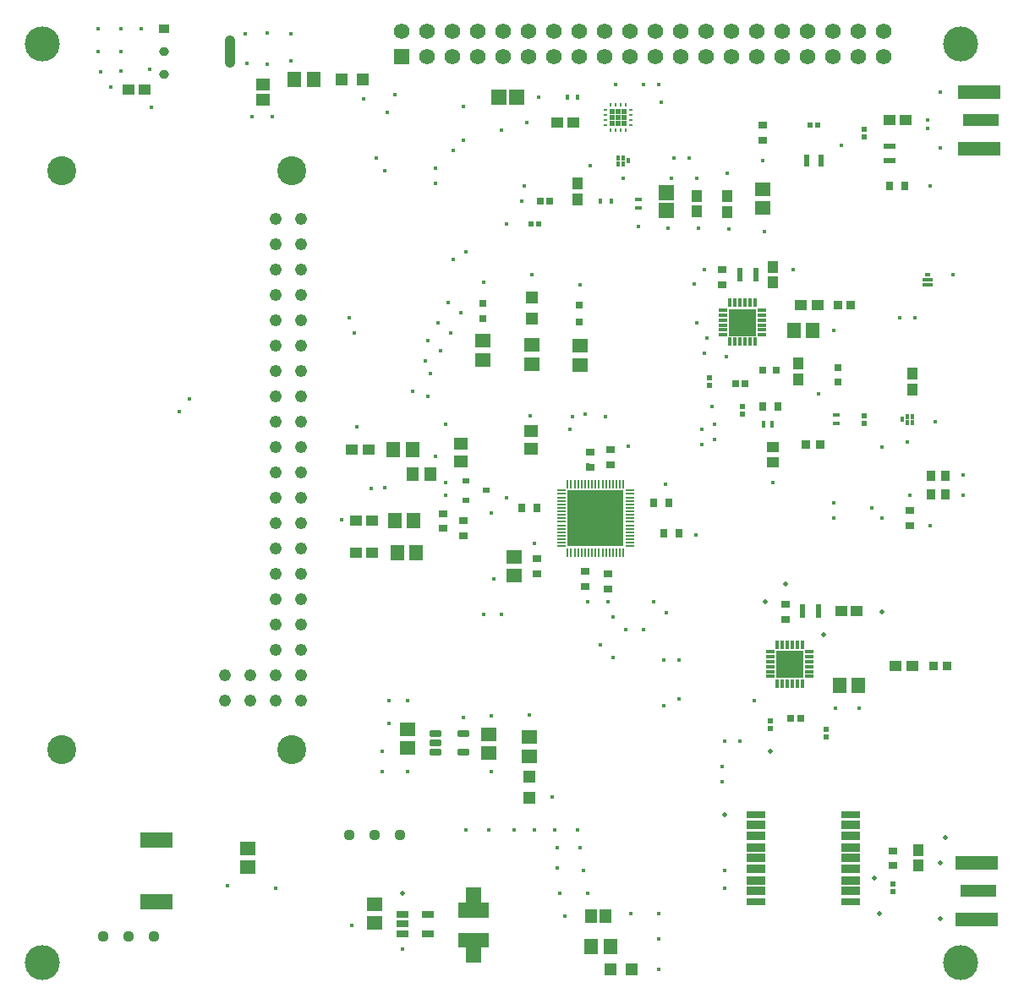
<source format=gts>
%FSLAX23Y23*%
%MOIN*%
%SFA1B1*%

%IPPOS*%
%AMD33*
4,1,8,0.002600,0.062600,-0.002600,0.062600,-0.019800,0.045400,-0.019800,-0.045400,-0.002600,-0.062600,0.002600,-0.062600,0.019800,-0.045400,0.019800,0.045400,0.002600,0.062600,0.0*
1,1,0.034400,0.002600,0.045400*
1,1,0.034400,-0.002600,0.045400*
1,1,0.034400,-0.002600,-0.045400*
1,1,0.034400,0.002600,-0.045400*
%
%AMD34*
4,1,8,0.002600,0.017200,-0.002600,0.017200,-0.019800,0.000000,-0.019800,0.000000,-0.002600,-0.017200,0.002600,-0.017200,0.019800,0.000000,0.019800,0.000000,0.002600,0.017200,0.0*
1,1,0.034340,0.002600,0.000000*
1,1,0.034340,-0.002600,0.000000*
1,1,0.034340,-0.002600,0.000000*
1,1,0.034340,0.002600,0.000000*
%
%AMD93*
4,1,8,-0.021700,0.009800,-0.021700,-0.009800,-0.017700,-0.013800,0.017700,-0.013800,0.021700,-0.009800,0.021700,0.009800,0.017700,0.013800,-0.017700,0.013800,-0.021700,0.009800,0.0*
1,1,0.007960,-0.017700,0.009800*
1,1,0.007960,-0.017700,-0.009800*
1,1,0.007960,0.017700,-0.009800*
1,1,0.007960,0.017700,0.009800*
%
%ADD20C,0.063120*%
%ADD21R,0.020290X0.018600*%
%ADD22R,0.018600X0.020290*%
%ADD23R,0.039850X0.045600*%
%ADD24R,0.061270X0.057270*%
%ADD25R,0.045600X0.039850*%
%ADD27R,0.057270X0.061270*%
%ADD28R,0.025590X0.027560*%
%ADD29R,0.028160X0.026480*%
G04~CAMADD=33~8~0.0~0.0~395.4~1252.8~172.0~0.0~15~0.0~0.0~0.0~0.0~0~0.0~0.0~0.0~0.0~0~0.0~0.0~0.0~0.0~395.4~1252.8*
%ADD33D33*%
G04~CAMADD=34~8~0.0~0.0~395.4~343.4~171.7~0.0~15~0.0~0.0~0.0~0.0~0~0.0~0.0~0.0~0.0~0~0.0~0.0~0.0~0.0~395.4~343.4*
%ADD34D34*%
%ADD35R,0.039540X0.034340*%
%ADD37R,0.016230X0.024100*%
%ADD39R,0.035430X0.031500*%
%ADD40R,0.031500X0.035430*%
%ADD41R,0.031500X0.031500*%
%ADD42R,0.035430X0.025590*%
%ADD44R,0.045460X0.053630*%
%ADD45R,0.053630X0.045460*%
%ADD46R,0.025590X0.013780*%
%ADD47R,0.012290X0.020160*%
%ADD49R,0.037720X0.035910*%
%ADD50R,0.049520X0.039850*%
%ADD51R,0.039850X0.049520*%
%ADD52R,0.059240X0.061270*%
%ADD53R,0.061270X0.059240*%
%ADD54R,0.029530X0.031500*%
%ADD55R,0.029530X0.035430*%
%ADD56R,0.039850X0.045620*%
%ADD57R,0.045620X0.039850*%
%ADD59R,0.035430X0.029530*%
%ADD64R,0.045280X0.022440*%
%ADD65R,0.022440X0.045280*%
%ADD66R,0.047240X0.047240*%
%ADD68R,0.014000X0.010000*%
%ADD69R,0.010000X0.014000*%
%ADD70R,0.019000X0.019000*%
%ADD73R,0.013780X0.025590*%
%ADD74R,0.165350X0.053150*%
%ADD75R,0.141730X0.050000*%
%ADD76R,0.023620X0.057090*%
%ADD84C,0.067050*%
%ADD85R,0.057090X0.045280*%
%ADD86R,0.045280X0.055120*%
%ADD87R,0.057090X0.064960*%
%ADD88R,0.064960X0.057090*%
%ADD89R,0.129920X0.063780*%
%ADD90R,0.027560X0.023620*%
%ADD91R,0.013780X0.018110*%
%ADD92R,0.033470X0.037400*%
G04~CAMADD=93~8~0.0~0.0~275.6~433.1~39.8~0.0~15~0.0~0.0~0.0~0.0~0~0.0~0.0~0.0~0.0~0~0.0~0.0~0.0~90.0~434.0~277.0*
%ADD93D93*%
%ADD94R,0.045280X0.041340*%
%ADD95R,0.043310X0.045280*%
%ADD96R,0.224800X0.224800*%
%ADD97R,0.009840X0.037400*%
%ADD98R,0.037400X0.009840*%
%ADD99R,0.051180X0.051180*%
%ADD100R,0.015750X0.018700*%
%ADD101R,0.018700X0.015750*%
%ADD102R,0.074800X0.035430*%
%ADD103R,0.035430X0.039370*%
%ADD104R,0.051180X0.051180*%
%ADD105R,0.037400X0.015750*%
%ADD106R,0.015750X0.037400*%
%ADD107R,0.108270X0.108270*%
%ADD108R,0.074800X0.031500*%
%ADD109R,0.051180X0.027560*%
%ADD110C,0.061810*%
%ADD111R,0.061810X0.061810*%
%ADD112C,0.137800*%
%ADD113C,0.114170*%
%ADD114C,0.047640*%
%ADD115C,0.044090*%
%ADD116C,0.015750*%
%ADD117C,0.019680*%
%ADD118C,0.018940*%
%LNconcentrator_pcb-1*%
%LPD*%
G36*
X1917Y216D02*
X1887D01*
Y157*
X1828*
Y216*
X1799*
Y275*
X1917*
Y216*
G37*
G36*
X1887Y393D02*
X1917D01*
Y334*
X1799*
Y393*
X1828*
Y453*
X1887*
Y393*
G37*
G54D20*
X1860Y370D03*
G54D21*
X2085Y3070D03*
X2114D03*
X3214Y3460D03*
X3185D03*
G54D22*
X3400Y2285D03*
Y2314D03*
Y3415D03*
Y3444D03*
X3030Y1081D03*
Y1111D03*
X3247Y1046D03*
Y1076D03*
X2790Y2435D03*
Y2464D03*
X2920Y2319D03*
Y2349D03*
X3513Y466D03*
Y436D03*
G54D23*
X2270Y3167D03*
Y3232D03*
X3140Y2457D03*
Y2522D03*
X2860Y3182D03*
Y3117D03*
G54D24*
X3000Y3206D03*
Y3133D03*
X1470Y313D03*
Y386D03*
X1600Y1003D03*
Y1076D03*
X1920Y983D03*
Y1056D03*
X970Y533D03*
Y606D03*
X2020Y1683D03*
Y1756D03*
G54D25*
X3523Y1327D03*
X3588D03*
X3150Y2751D03*
X3215D03*
X497Y3600D03*
X562D03*
G54D27*
X3376Y1250D03*
X3303D03*
X3196Y2650D03*
X3123D03*
G54D28*
X2998Y2495D03*
X3051D03*
G54D29*
X3110Y1120D03*
X3147D03*
X2892Y2440D03*
X2930D03*
X2121Y3160D03*
X2158D03*
G54D33*
X899Y3750D03*
G54D34*
X640Y3659D03*
Y3750D03*
G54D35*
X640Y3840D03*
G54D37*
X2358Y3160D03*
X2401D03*
G54D39*
X3090Y1569D03*
Y1510D03*
X3580Y1880D03*
Y1939D03*
X2840Y2889D03*
Y2830D03*
X2390Y1630D03*
Y1689D03*
X2300Y1640D03*
Y1699D03*
X2320Y2169D03*
Y2110D03*
X2110Y1690D03*
Y1749D03*
X1820Y1899D03*
Y1840D03*
X2400Y2179D03*
Y2120D03*
G54D40*
X2050Y1950D03*
X2109D03*
X2669Y1850D03*
X2610D03*
X2629Y1970D03*
X2570D03*
G54D41*
X1894Y2698D03*
Y2757D03*
X2276Y2685D03*
Y2750D03*
G54D42*
X1740Y1871D03*
Y1928D03*
X3513Y598D03*
Y541D03*
G54D44*
X1620Y2085D03*
X1689D03*
G54D45*
X1810Y2204D03*
Y2135D03*
X2086Y2185D03*
Y2254D03*
G54D46*
X2510Y3166D03*
Y3133D03*
X3290Y2316D03*
Y2283D03*
G54D47*
X2268Y3569D03*
X2228D03*
G54D49*
X3224Y2200D03*
X3167D03*
G54D50*
X3368Y1544D03*
X3307D03*
G54D51*
X3038Y2900D03*
Y2839D03*
G54D52*
X1959Y3570D03*
X2030D03*
G54D53*
X2620Y3195D03*
Y3124D03*
G54D54*
X3294Y2446D03*
Y2505D03*
G54D55*
X3060Y2350D03*
X2999D03*
X3560Y3220D03*
X3499D03*
G54D56*
X3590Y2482D03*
Y2417D03*
G54D57*
X3562Y3480D03*
X3497D03*
X2252Y3470D03*
X2187D03*
X1395Y1775D03*
X1460D03*
X1395Y1902D03*
X1460D03*
X1380Y2180D03*
X1445D03*
G54D59*
X3000Y3399D03*
Y3460D03*
G54D64*
X3500Y3378D03*
Y3321D03*
G54D65*
X3228Y3320D03*
X3171D03*
G54D66*
X2090Y2781D03*
Y2698D03*
G54D68*
X2380Y3520D03*
Y3500D03*
Y3480D03*
Y3460D03*
X2479D03*
Y3480D03*
Y3500D03*
Y3520D03*
G54D69*
X2399Y3440D03*
X2419D03*
X2439D03*
X2459D03*
Y3539D03*
X2439D03*
X2419D03*
X2399D03*
G54D70*
X2405Y3514D03*
X2429D03*
X2453D03*
X2405Y3490D03*
X2429D03*
X2453D03*
X2405Y3466D03*
X2429D03*
X2453D03*
G54D73*
X3035Y2279D03*
X3002D03*
G54D74*
X3852Y3368D03*
Y3591D03*
X3842Y328D03*
Y551D03*
G54D75*
X3860Y3480D03*
X3850Y440D03*
G54D76*
X2971Y2869D03*
X2908D03*
X3156Y1544D03*
X3219D03*
G54D84*
X1856Y240D03*
G54D85*
X1030Y3619D03*
Y3560D03*
G54D86*
X2378Y340D03*
X2321D03*
G54D87*
X2398Y220D03*
X2321D03*
X1228Y3640D03*
X1151D03*
X1557Y1775D03*
X1633D03*
X1547Y1902D03*
X1623D03*
X1541Y2180D03*
X1618D03*
G54D88*
X2080Y971D03*
Y1048D03*
X1894Y2611D03*
Y2534D03*
X2089Y2595D03*
Y2518D03*
X2277Y2592D03*
Y2515D03*
G54D89*
X610Y642D03*
Y397D03*
G54D90*
X1830Y2057D03*
Y1982D03*
X1909Y2020D03*
G54D91*
X3650Y3480D03*
Y3447D03*
G54D92*
X3673Y1327D03*
X3725D03*
X3295Y2751D03*
X3346D03*
G54D93*
X1819Y1062D03*
Y987D03*
X1710D03*
Y1025D03*
Y1062D03*
G54D94*
X3038Y2189D03*
Y2132D03*
G54D95*
X2740Y3120D03*
Y3179D03*
X3612Y599D03*
Y540D03*
G54D96*
X2340Y1910D03*
G54D97*
X2229Y2045D03*
X2243D03*
X2257D03*
X2271D03*
X2284D03*
X2298D03*
X2312D03*
X2326D03*
X2340D03*
X2353D03*
X2367D03*
X2381D03*
X2395D03*
X2408D03*
X2422D03*
X2436D03*
X2450D03*
Y1774D03*
X2436D03*
X2422D03*
X2408D03*
X2395D03*
X2381D03*
X2367D03*
X2353D03*
X2340D03*
X2326D03*
X2312D03*
X2298D03*
X2284D03*
X2271D03*
X2257D03*
X2243D03*
X2229D03*
G54D98*
X2475Y2020D03*
Y2006D03*
Y1992D03*
Y1978D03*
Y1965D03*
Y1951D03*
Y1937D03*
Y1923D03*
Y1910D03*
Y1896D03*
Y1882D03*
Y1868D03*
Y1854D03*
Y1841D03*
Y1827D03*
Y1813D03*
Y1799D03*
X2204D03*
Y1813D03*
Y1827D03*
Y1841D03*
Y1854D03*
Y1868D03*
Y1882D03*
Y1896D03*
Y1910D03*
Y1923D03*
Y1937D03*
Y1951D03*
Y1965D03*
Y1978D03*
Y1992D03*
Y2006D03*
Y2020D03*
G54D99*
X2080Y891D03*
Y808D03*
G54D100*
X2470Y3320D03*
X2450Y3331D03*
X2430D03*
Y3308D03*
X2450D03*
X3570Y2311D03*
X3589D03*
Y2288D03*
X3570D03*
X3550Y2300D03*
G54D101*
X3660Y2850D03*
Y2830D03*
X3637D03*
Y2850D03*
X3648Y2869D03*
G54D102*
X2972Y526D03*
X3346Y699D03*
Y656D03*
Y612D03*
Y569D03*
Y526D03*
Y482D03*
Y439D03*
X2972D03*
Y482D03*
Y569D03*
Y612D03*
Y656D03*
Y699D03*
G54D103*
X3661Y2003D03*
Y2076D03*
X3718D03*
Y2003D03*
G54D104*
X1421Y3640D03*
X1338D03*
X2398Y130D03*
X2481D03*
G54D105*
X2995Y2633D03*
Y2653D03*
Y2672D03*
Y2692D03*
Y2712D03*
Y2732D03*
X2841D03*
Y2712D03*
Y2692D03*
Y2672D03*
Y2653D03*
Y2633D03*
X3182Y1286D03*
Y1305D03*
Y1325D03*
Y1345D03*
Y1364D03*
Y1384D03*
X3028D03*
Y1364D03*
Y1345D03*
Y1325D03*
Y1305D03*
Y1286D03*
G54D106*
X2967Y2759D03*
X2947D03*
X2928D03*
X2908D03*
X2888D03*
X2869D03*
Y2606D03*
X2888D03*
X2908D03*
X2928D03*
X2947D03*
X2967D03*
X3154Y1412D03*
X3134D03*
X3115D03*
X3095D03*
X3075D03*
X3056D03*
Y1258D03*
X3075D03*
X3095D03*
X3115D03*
X3134D03*
X3154D03*
G54D107*
X2918Y2682D03*
X3105Y1335D03*
G54D108*
X3346Y742D03*
Y396D03*
X2972D03*
Y742D03*
G54D109*
X1679Y347D03*
Y272D03*
X1580D03*
Y310D03*
Y347D03*
G54D110*
X3475Y3830D03*
X3375D03*
X3275D03*
X3175D03*
X3075D03*
X2975D03*
X2875D03*
X2775D03*
X2675D03*
X2575D03*
X2475D03*
X2375D03*
X2275D03*
X2175D03*
X2075D03*
X1975D03*
X1875D03*
X1775D03*
X1675D03*
X1575D03*
X3475Y3730D03*
X3375D03*
X3275D03*
X3175D03*
X3075D03*
X2975D03*
X2875D03*
X2775D03*
X2675D03*
X2575D03*
X2475D03*
X2375D03*
X2275D03*
X2175D03*
X2075D03*
X1975D03*
X1875D03*
X1775D03*
X1675D03*
G54D111*
X1575Y3730D03*
G54D112*
X157Y3779D03*
X3779D03*
Y157D03*
X157D03*
G54D113*
X1141Y998D03*
X236D03*
Y3281D03*
X1141D03*
G54D114*
X879Y1189D03*
Y1289D03*
X979D03*
Y1189D03*
X1179D03*
X1079D03*
X1179Y1289D03*
X1079D03*
X1179Y1389D03*
X1079D03*
X1179Y1489D03*
X1079D03*
X1179Y1589D03*
X1079D03*
X1179Y1689D03*
X1079D03*
X1179Y1789D03*
X1079D03*
X1179Y1889D03*
X1079D03*
X1179Y1989D03*
X1079D03*
X1179Y2089D03*
X1079D03*
X1179Y2189D03*
X1079D03*
X1179Y2289D03*
X1079D03*
X1179Y2389D03*
X1079D03*
X1179Y2489D03*
X1079D03*
X1179Y2589D03*
X1079D03*
X1179Y2689D03*
X1079D03*
X1179Y2789D03*
X1079D03*
X1179Y2889D03*
X1079D03*
X1179Y2989D03*
X1079D03*
X1179Y3089D03*
X1079D03*
G54D115*
X1570Y660D03*
X1470D03*
X1370D03*
X600Y260D03*
X500D03*
X400D03*
G54D116*
X2320Y3300D03*
X1380Y305D03*
X965Y3705D03*
X960Y3820D03*
X430Y3610D03*
X470Y3750D03*
X380D03*
X390Y3670D03*
X468Y3675D03*
X380Y3840D03*
X470D03*
X1750Y2280D03*
X2300Y1699D03*
X2310Y2120D03*
Y2170D03*
X2615Y2045D03*
X2400Y2120D03*
X1470Y387D03*
X1990Y1990D03*
X550Y3840D03*
X2710Y3330D03*
X1510Y3280D03*
X1520Y3510D03*
X2280Y610D03*
X2190D03*
X2292Y521D03*
X2190Y530D03*
X2200Y430D03*
X2310D03*
X2220Y340D03*
X2270Y680D03*
X2180D03*
X2100D03*
X2020D03*
X1920D03*
X1830D03*
X1510Y2030D03*
X1900Y1530D03*
X1970D03*
X1750Y2000D03*
X2810Y2280D03*
X2760Y2200D03*
X3430Y1950D03*
X3280Y1970D03*
X2570Y1580D03*
X2610Y1170D03*
Y1350D03*
X2530Y3620D03*
X1970Y3440D03*
X2060Y3220D03*
X1820Y3400D03*
X1710Y3290D03*
X1780Y2930D03*
X3600Y2700D03*
X2250Y2310D03*
X2530Y1470D03*
X2410Y1360D03*
X2840Y870D03*
X2910Y1030D03*
X700Y2330D03*
X1370Y2700D03*
X1680Y2390D03*
X1670Y2530D03*
X1680Y2610D03*
X1720Y2680D03*
X1760Y2760D03*
X1548Y3579D03*
X1474Y3329D03*
X2170Y810D03*
X3005Y3040D03*
X2082Y2314D03*
X2735Y1845D03*
X2606Y1850D03*
X2390Y1683D03*
X2571Y1970D03*
X2470Y2195D03*
X2965Y1190D03*
X2670Y1196D03*
X2915Y2685D03*
X3105Y1335D03*
X1340Y1905D03*
X1710Y2155D03*
X1745Y1930D03*
X2020Y1750D03*
X2080Y1135D03*
X1930Y1130D03*
X1820Y1125D03*
X2110Y1950D03*
X2617Y1537D03*
X1424Y3565D03*
X1820Y3535D03*
X2115Y3570D03*
X1140Y3715D03*
X1046Y3700D03*
Y3825D03*
X1140Y3820D03*
X2390Y1580D03*
X2310D03*
X2865Y3050D03*
X2745Y3055D03*
X2625D03*
X2510Y3060D03*
X1750Y2050D03*
X1580Y210D03*
X1600Y1190D03*
X1525Y1100D03*
Y1190D03*
X582Y3679D03*
X590Y3530D03*
X3285Y1160D03*
X3580Y2000D03*
X3120Y2653D03*
X2730Y2835D03*
X2420Y3620D03*
X2590D03*
X2600Y3550D03*
X1065Y3495D03*
X985D03*
X3120Y2890D03*
X2770D03*
X1400Y2270D03*
X1455Y2027D03*
X1940Y1670D03*
X890Y460D03*
X1080Y450D03*
X2590Y250D03*
Y350D03*
Y130D03*
X2480Y350D03*
X1500Y910D03*
Y990D03*
X1930Y910D03*
X1600D03*
X2640Y3250D03*
X2740D03*
X2860Y3270D03*
X3000Y3320D03*
X1990Y3070D03*
X1900Y2840D03*
X2090Y2870D03*
X2280Y2830D03*
X3040Y2050D03*
X3220Y2400D03*
X3280Y2650D03*
X2800Y2350D03*
X2810Y2220D03*
X740Y2380D03*
X2850Y1030D03*
X2840Y930D03*
X2410Y1520D03*
X1930Y1930D03*
X3470Y2190D03*
X3680Y2290D03*
X3570Y2210D03*
X3660Y1880D03*
X3790Y2000D03*
Y2080D03*
X2070Y3470D03*
X1830Y2960D03*
X3750Y2870D03*
X1390Y2640D03*
X1810Y2720D03*
X1770Y2640D03*
X1730Y2570D03*
X1690Y2480D03*
X3540Y2700D03*
X1620Y2410D03*
X1710Y3230D03*
X2050Y3160D03*
X1780Y3360D03*
X2650Y3330D03*
X3310Y3380D03*
X3660Y3220D03*
X3700Y3590D03*
Y3370D03*
X3852Y3368D03*
Y3591D03*
X2450Y3250D03*
X2430Y3489D03*
X3280Y1910D03*
X3470D03*
X2380Y2310D03*
X2300Y2320D03*
X2100Y1810D03*
X2770Y2560D03*
X2740Y2680D03*
X2780Y2620D03*
X2856Y2548D03*
X2240Y2260D03*
X2760D03*
X3380Y1160D03*
X2410Y1840D03*
X2340D03*
X2410Y1910D03*
X2340D03*
X2270Y1840D03*
Y1910D03*
X2340Y1980D03*
X2410D03*
X2270D03*
X2670Y1350D03*
X2360Y1410D03*
X2460Y1470D03*
X2850Y450D03*
Y520D03*
G54D117*
X3830Y555D03*
X1580Y430D03*
X3830Y320D03*
X3030Y990D03*
X3010Y1580D03*
X3090Y1650D03*
X3470Y1540D03*
X2850Y740D03*
X3460Y350D03*
X3440Y490D03*
X3720Y650D03*
X3700Y330D03*
Y550D03*
G54D118*
X3240Y1450D03*
M02*
</source>
